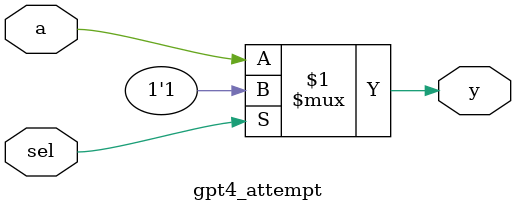
<source format=v>
module gpt4_attempt(
    input wire sel,
    input wire a,
    output wire y
);
    // Directly implement the multiplexer logic using a conditional operator
    assign y = sel ? 1'b1 : a;
endmodule

</source>
